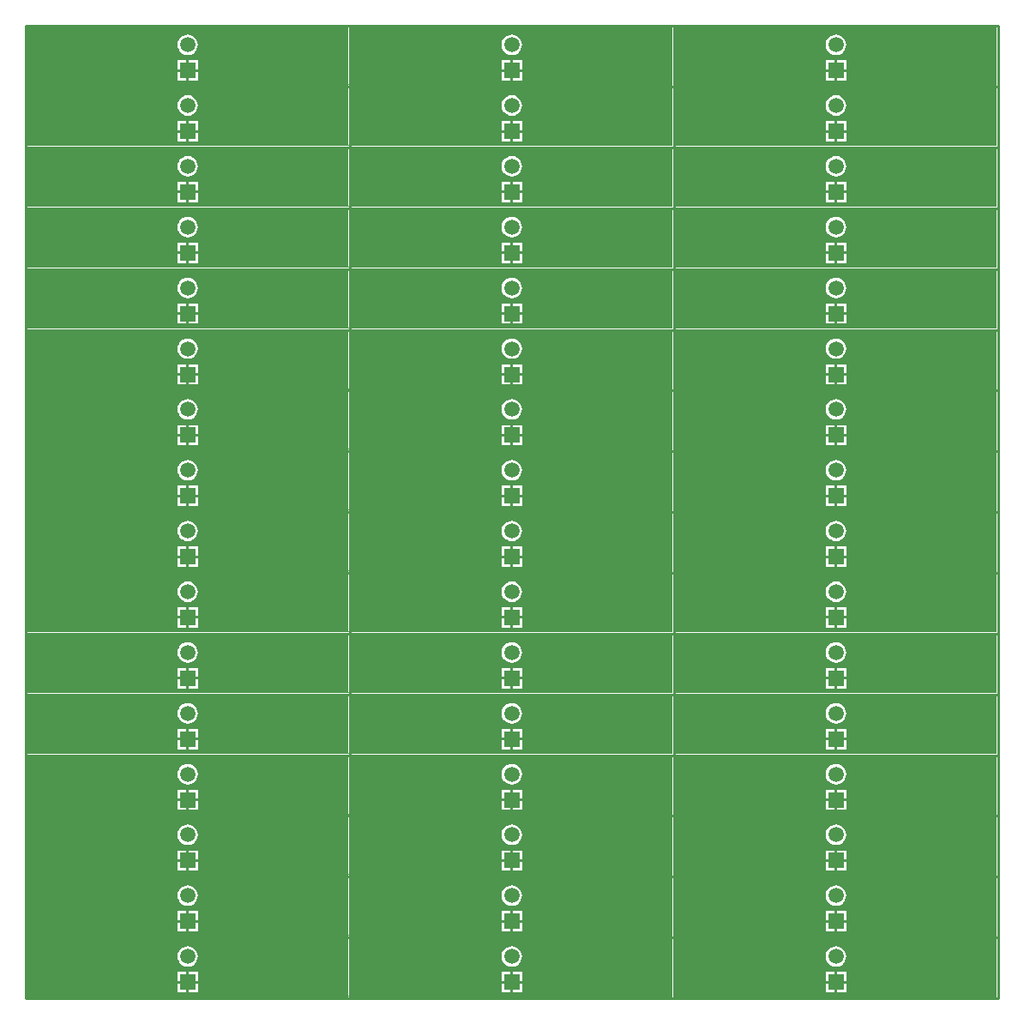
<source format=gbl>
G04 Layer_Physical_Order=2*
G04 Layer_Color=16711680*
%FSLAX24Y24*%
%MOIN*%
G70*
G01*
G75*
%ADD13C,0.0100*%
%ADD14C,0.0591*%
%ADD15R,0.0591X0.0591*%
G36*
X32100Y4000D02*
X32104Y3996D01*
X32085Y3950D01*
X19550D01*
Y6229D01*
X19600Y6250D01*
X32100D01*
Y4000D01*
D02*
G37*
%LPC*%
G36*
X26244Y4480D02*
X25899D01*
Y4135D01*
X26244D01*
Y4480D01*
D02*
G37*
G36*
X25799D02*
X25454D01*
Y4135D01*
X25799D01*
Y4480D01*
D02*
G37*
G36*
X25849Y5929D02*
X25746Y5915D01*
X25650Y5875D01*
X25567Y5812D01*
X25504Y5729D01*
X25464Y5633D01*
X25451Y5530D01*
X25464Y5427D01*
X25504Y5331D01*
X25567Y5248D01*
X25650Y5185D01*
X25746Y5145D01*
X25849Y5131D01*
X25952Y5145D01*
X26049Y5185D01*
X26131Y5248D01*
X26194Y5331D01*
X26234Y5427D01*
X26248Y5530D01*
X26234Y5633D01*
X26194Y5729D01*
X26131Y5812D01*
X26049Y5875D01*
X25952Y5915D01*
X25849Y5929D01*
D02*
G37*
G36*
X26244Y4925D02*
X25899D01*
Y4580D01*
X26244D01*
Y4925D01*
D02*
G37*
G36*
X25799D02*
X25454D01*
Y4580D01*
X25799D01*
Y4925D01*
D02*
G37*
%LPD*%
G36*
X44698Y4000D02*
X44702Y3996D01*
X44683Y3950D01*
X32148D01*
Y6229D01*
X32198Y6250D01*
X44698D01*
Y4000D01*
D02*
G37*
%LPC*%
G36*
X38843Y4480D02*
X38498D01*
Y4135D01*
X38843D01*
Y4480D01*
D02*
G37*
G36*
X38398D02*
X38052D01*
Y4135D01*
X38398D01*
Y4480D01*
D02*
G37*
G36*
X38448Y5929D02*
X38344Y5915D01*
X38248Y5875D01*
X38166Y5812D01*
X38102Y5729D01*
X38063Y5633D01*
X38049Y5530D01*
X38063Y5427D01*
X38102Y5331D01*
X38166Y5248D01*
X38248Y5185D01*
X38344Y5145D01*
X38448Y5131D01*
X38551Y5145D01*
X38647Y5185D01*
X38730Y5248D01*
X38793Y5331D01*
X38833Y5427D01*
X38846Y5530D01*
X38833Y5633D01*
X38793Y5729D01*
X38730Y5812D01*
X38647Y5875D01*
X38551Y5915D01*
X38448Y5929D01*
D02*
G37*
G36*
X38843Y4925D02*
X38498D01*
Y4580D01*
X38843D01*
Y4925D01*
D02*
G37*
G36*
X38398D02*
X38052D01*
Y4580D01*
X38398D01*
Y4925D01*
D02*
G37*
%LPD*%
G36*
X57297Y4000D02*
X57301Y3996D01*
X57282Y3950D01*
X44747D01*
Y6229D01*
X44797Y6250D01*
X57297D01*
Y4000D01*
D02*
G37*
%LPC*%
G36*
X51441Y4480D02*
X51096D01*
Y4135D01*
X51441D01*
Y4480D01*
D02*
G37*
G36*
X50996D02*
X50651D01*
Y4135D01*
X50996D01*
Y4480D01*
D02*
G37*
G36*
X51046Y5929D02*
X50943Y5915D01*
X50847Y5875D01*
X50764Y5812D01*
X50701Y5729D01*
X50661Y5633D01*
X50647Y5530D01*
X50661Y5427D01*
X50701Y5331D01*
X50764Y5248D01*
X50847Y5185D01*
X50943Y5145D01*
X51046Y5131D01*
X51149Y5145D01*
X51245Y5185D01*
X51328Y5248D01*
X51391Y5331D01*
X51431Y5427D01*
X51445Y5530D01*
X51431Y5633D01*
X51391Y5729D01*
X51328Y5812D01*
X51245Y5875D01*
X51149Y5915D01*
X51046Y5929D01*
D02*
G37*
G36*
X51441Y4925D02*
X51096D01*
Y4580D01*
X51441D01*
Y4925D01*
D02*
G37*
G36*
X50996D02*
X50651D01*
Y4580D01*
X50996D01*
Y4925D01*
D02*
G37*
%LPD*%
G36*
X32100Y6362D02*
X32104Y6358D01*
X32085Y6312D01*
X19550D01*
Y8591D01*
X19600Y8612D01*
X32100D01*
Y6362D01*
D02*
G37*
%LPC*%
G36*
X26244Y6842D02*
X25899D01*
Y6497D01*
X26244D01*
Y6842D01*
D02*
G37*
G36*
X25799D02*
X25454D01*
Y6497D01*
X25799D01*
Y6842D01*
D02*
G37*
G36*
X25849Y8291D02*
X25746Y8277D01*
X25650Y8237D01*
X25567Y8174D01*
X25504Y8091D01*
X25464Y7995D01*
X25451Y7892D01*
X25464Y7789D01*
X25504Y7693D01*
X25567Y7610D01*
X25650Y7547D01*
X25746Y7507D01*
X25849Y7493D01*
X25952Y7507D01*
X26049Y7547D01*
X26131Y7610D01*
X26194Y7693D01*
X26234Y7789D01*
X26248Y7892D01*
X26234Y7995D01*
X26194Y8091D01*
X26131Y8174D01*
X26049Y8237D01*
X25952Y8277D01*
X25849Y8291D01*
D02*
G37*
G36*
X26244Y7287D02*
X25899D01*
Y6942D01*
X26244D01*
Y7287D01*
D02*
G37*
G36*
X25799D02*
X25454D01*
Y6942D01*
X25799D01*
Y7287D01*
D02*
G37*
%LPD*%
G36*
X44698Y6362D02*
X44702Y6358D01*
X44683Y6312D01*
X32148D01*
Y8591D01*
X32198Y8612D01*
X44698D01*
Y6362D01*
D02*
G37*
%LPC*%
G36*
X38843Y6842D02*
X38498D01*
Y6497D01*
X38843D01*
Y6842D01*
D02*
G37*
G36*
X38398D02*
X38052D01*
Y6497D01*
X38398D01*
Y6842D01*
D02*
G37*
G36*
X38448Y8291D02*
X38344Y8277D01*
X38248Y8237D01*
X38166Y8174D01*
X38102Y8091D01*
X38063Y7995D01*
X38049Y7892D01*
X38063Y7789D01*
X38102Y7693D01*
X38166Y7610D01*
X38248Y7547D01*
X38344Y7507D01*
X38448Y7493D01*
X38551Y7507D01*
X38647Y7547D01*
X38730Y7610D01*
X38793Y7693D01*
X38833Y7789D01*
X38846Y7892D01*
X38833Y7995D01*
X38793Y8091D01*
X38730Y8174D01*
X38647Y8237D01*
X38551Y8277D01*
X38448Y8291D01*
D02*
G37*
G36*
X38843Y7287D02*
X38498D01*
Y6942D01*
X38843D01*
Y7287D01*
D02*
G37*
G36*
X38398D02*
X38052D01*
Y6942D01*
X38398D01*
Y7287D01*
D02*
G37*
%LPD*%
G36*
X57297Y6362D02*
X57301Y6358D01*
X57282Y6312D01*
X44747D01*
Y8591D01*
X44797Y8612D01*
X57297D01*
Y6362D01*
D02*
G37*
%LPC*%
G36*
X51441Y6842D02*
X51096D01*
Y6497D01*
X51441D01*
Y6842D01*
D02*
G37*
G36*
X50996D02*
X50651D01*
Y6497D01*
X50996D01*
Y6842D01*
D02*
G37*
G36*
X51046Y8291D02*
X50943Y8277D01*
X50847Y8237D01*
X50764Y8174D01*
X50701Y8091D01*
X50661Y7995D01*
X50647Y7892D01*
X50661Y7789D01*
X50701Y7693D01*
X50764Y7610D01*
X50847Y7547D01*
X50943Y7507D01*
X51046Y7493D01*
X51149Y7507D01*
X51245Y7547D01*
X51328Y7610D01*
X51391Y7693D01*
X51431Y7789D01*
X51445Y7892D01*
X51431Y7995D01*
X51391Y8091D01*
X51328Y8174D01*
X51245Y8237D01*
X51149Y8277D01*
X51046Y8291D01*
D02*
G37*
G36*
X51441Y7287D02*
X51096D01*
Y6942D01*
X51441D01*
Y7287D01*
D02*
G37*
G36*
X50996D02*
X50651D01*
Y6942D01*
X50996D01*
Y7287D01*
D02*
G37*
%LPD*%
G36*
X32100Y8724D02*
X32104Y8721D01*
X32085Y8674D01*
X19550D01*
Y10954D01*
X19600Y10974D01*
X32100D01*
Y8724D01*
D02*
G37*
%LPC*%
G36*
X26244Y9204D02*
X25899D01*
Y8859D01*
X26244D01*
Y9204D01*
D02*
G37*
G36*
X25799D02*
X25454D01*
Y8859D01*
X25799D01*
Y9204D01*
D02*
G37*
G36*
X25849Y10653D02*
X25746Y10639D01*
X25650Y10600D01*
X25567Y10536D01*
X25504Y10454D01*
X25464Y10358D01*
X25451Y10254D01*
X25464Y10151D01*
X25504Y10055D01*
X25567Y9972D01*
X25650Y9909D01*
X25746Y9869D01*
X25849Y9856D01*
X25952Y9869D01*
X26049Y9909D01*
X26131Y9972D01*
X26194Y10055D01*
X26234Y10151D01*
X26248Y10254D01*
X26234Y10358D01*
X26194Y10454D01*
X26131Y10536D01*
X26049Y10600D01*
X25952Y10639D01*
X25849Y10653D01*
D02*
G37*
G36*
X26244Y9650D02*
X25899D01*
Y9304D01*
X26244D01*
Y9650D01*
D02*
G37*
G36*
X25799D02*
X25454D01*
Y9304D01*
X25799D01*
Y9650D01*
D02*
G37*
%LPD*%
G36*
X44698Y8724D02*
X44702Y8721D01*
X44683Y8674D01*
X32148D01*
Y10954D01*
X32198Y10974D01*
X44698D01*
Y8724D01*
D02*
G37*
%LPC*%
G36*
X38843Y9204D02*
X38498D01*
Y8859D01*
X38843D01*
Y9204D01*
D02*
G37*
G36*
X38398D02*
X38052D01*
Y8859D01*
X38398D01*
Y9204D01*
D02*
G37*
G36*
X38448Y10653D02*
X38344Y10639D01*
X38248Y10600D01*
X38166Y10536D01*
X38102Y10454D01*
X38063Y10358D01*
X38049Y10254D01*
X38063Y10151D01*
X38102Y10055D01*
X38166Y9972D01*
X38248Y9909D01*
X38344Y9869D01*
X38448Y9856D01*
X38551Y9869D01*
X38647Y9909D01*
X38730Y9972D01*
X38793Y10055D01*
X38833Y10151D01*
X38846Y10254D01*
X38833Y10358D01*
X38793Y10454D01*
X38730Y10536D01*
X38647Y10600D01*
X38551Y10639D01*
X38448Y10653D01*
D02*
G37*
G36*
X38843Y9650D02*
X38498D01*
Y9304D01*
X38843D01*
Y9650D01*
D02*
G37*
G36*
X38398D02*
X38052D01*
Y9304D01*
X38398D01*
Y9650D01*
D02*
G37*
%LPD*%
G36*
X57297Y8724D02*
X57301Y8721D01*
X57282Y8674D01*
X44747D01*
Y10954D01*
X44797Y10974D01*
X57297D01*
Y8724D01*
D02*
G37*
%LPC*%
G36*
X51441Y9204D02*
X51096D01*
Y8859D01*
X51441D01*
Y9204D01*
D02*
G37*
G36*
X50996D02*
X50651D01*
Y8859D01*
X50996D01*
Y9204D01*
D02*
G37*
G36*
X51046Y10653D02*
X50943Y10639D01*
X50847Y10600D01*
X50764Y10536D01*
X50701Y10454D01*
X50661Y10358D01*
X50647Y10254D01*
X50661Y10151D01*
X50701Y10055D01*
X50764Y9972D01*
X50847Y9909D01*
X50943Y9869D01*
X51046Y9856D01*
X51149Y9869D01*
X51245Y9909D01*
X51328Y9972D01*
X51391Y10055D01*
X51431Y10151D01*
X51445Y10254D01*
X51431Y10358D01*
X51391Y10454D01*
X51328Y10536D01*
X51245Y10600D01*
X51149Y10639D01*
X51046Y10653D01*
D02*
G37*
G36*
X51441Y9650D02*
X51096D01*
Y9304D01*
X51441D01*
Y9650D01*
D02*
G37*
G36*
X50996D02*
X50651D01*
Y9304D01*
X50996D01*
Y9650D01*
D02*
G37*
%LPD*%
G36*
X32100Y11087D02*
X32104Y11083D01*
X32085Y11037D01*
X19550D01*
Y13316D01*
X19600Y13337D01*
X32100D01*
Y11087D01*
D02*
G37*
%LPC*%
G36*
X26244Y11567D02*
X25899D01*
Y11221D01*
X26244D01*
Y11567D01*
D02*
G37*
G36*
X25799D02*
X25454D01*
Y11221D01*
X25799D01*
Y11567D01*
D02*
G37*
G36*
X25849Y13015D02*
X25746Y13002D01*
X25650Y12962D01*
X25567Y12898D01*
X25504Y12816D01*
X25464Y12720D01*
X25451Y12617D01*
X25464Y12513D01*
X25504Y12417D01*
X25567Y12335D01*
X25650Y12271D01*
X25746Y12231D01*
X25849Y12218D01*
X25952Y12231D01*
X26049Y12271D01*
X26131Y12335D01*
X26194Y12417D01*
X26234Y12513D01*
X26248Y12617D01*
X26234Y12720D01*
X26194Y12816D01*
X26131Y12898D01*
X26049Y12962D01*
X25952Y13002D01*
X25849Y13015D01*
D02*
G37*
G36*
X26244Y12012D02*
X25899D01*
Y11667D01*
X26244D01*
Y12012D01*
D02*
G37*
G36*
X25799D02*
X25454D01*
Y11667D01*
X25799D01*
Y12012D01*
D02*
G37*
%LPD*%
G36*
X44698Y11087D02*
X44702Y11083D01*
X44683Y11037D01*
X32148D01*
Y13316D01*
X32198Y13337D01*
X44698D01*
Y11087D01*
D02*
G37*
%LPC*%
G36*
X38843Y11567D02*
X38498D01*
Y11221D01*
X38843D01*
Y11567D01*
D02*
G37*
G36*
X38398D02*
X38052D01*
Y11221D01*
X38398D01*
Y11567D01*
D02*
G37*
G36*
X38448Y13015D02*
X38344Y13002D01*
X38248Y12962D01*
X38166Y12898D01*
X38102Y12816D01*
X38063Y12720D01*
X38049Y12617D01*
X38063Y12513D01*
X38102Y12417D01*
X38166Y12335D01*
X38248Y12271D01*
X38344Y12231D01*
X38448Y12218D01*
X38551Y12231D01*
X38647Y12271D01*
X38730Y12335D01*
X38793Y12417D01*
X38833Y12513D01*
X38846Y12617D01*
X38833Y12720D01*
X38793Y12816D01*
X38730Y12898D01*
X38647Y12962D01*
X38551Y13002D01*
X38448Y13015D01*
D02*
G37*
G36*
X38843Y12012D02*
X38498D01*
Y11667D01*
X38843D01*
Y12012D01*
D02*
G37*
G36*
X38398D02*
X38052D01*
Y11667D01*
X38398D01*
Y12012D01*
D02*
G37*
%LPD*%
G36*
X57297Y11087D02*
X57301Y11083D01*
X57282Y11037D01*
X44747D01*
Y13316D01*
X44797Y13337D01*
X57297D01*
Y11087D01*
D02*
G37*
%LPC*%
G36*
X51441Y11567D02*
X51096D01*
Y11221D01*
X51441D01*
Y11567D01*
D02*
G37*
G36*
X50996D02*
X50651D01*
Y11221D01*
X50996D01*
Y11567D01*
D02*
G37*
G36*
X51046Y13015D02*
X50943Y13002D01*
X50847Y12962D01*
X50764Y12898D01*
X50701Y12816D01*
X50661Y12720D01*
X50647Y12617D01*
X50661Y12513D01*
X50701Y12417D01*
X50764Y12335D01*
X50847Y12271D01*
X50943Y12231D01*
X51046Y12218D01*
X51149Y12231D01*
X51245Y12271D01*
X51328Y12335D01*
X51391Y12417D01*
X51431Y12513D01*
X51445Y12617D01*
X51431Y12720D01*
X51391Y12816D01*
X51328Y12898D01*
X51245Y12962D01*
X51149Y13002D01*
X51046Y13015D01*
D02*
G37*
G36*
X51441Y12012D02*
X51096D01*
Y11667D01*
X51441D01*
Y12012D01*
D02*
G37*
G36*
X50996D02*
X50651D01*
Y11667D01*
X50996D01*
Y12012D01*
D02*
G37*
%LPD*%
G36*
X32100Y13449D02*
X32104Y13445D01*
X32085Y13399D01*
X19550D01*
Y15678D01*
X19600Y15699D01*
X32100D01*
Y13449D01*
D02*
G37*
%LPC*%
G36*
X26244Y13929D02*
X25899D01*
Y13583D01*
X26244D01*
Y13929D01*
D02*
G37*
G36*
X25799D02*
X25454D01*
Y13583D01*
X25799D01*
Y13929D01*
D02*
G37*
G36*
X25849Y15377D02*
X25746Y15364D01*
X25650Y15324D01*
X25567Y15261D01*
X25504Y15178D01*
X25464Y15082D01*
X25451Y14979D01*
X25464Y14876D01*
X25504Y14779D01*
X25567Y14697D01*
X25650Y14633D01*
X25746Y14594D01*
X25849Y14580D01*
X25952Y14594D01*
X26049Y14633D01*
X26131Y14697D01*
X26194Y14779D01*
X26234Y14876D01*
X26248Y14979D01*
X26234Y15082D01*
X26194Y15178D01*
X26131Y15261D01*
X26049Y15324D01*
X25952Y15364D01*
X25849Y15377D01*
D02*
G37*
G36*
X26244Y14374D02*
X25899D01*
Y14029D01*
X26244D01*
Y14374D01*
D02*
G37*
G36*
X25799D02*
X25454D01*
Y14029D01*
X25799D01*
Y14374D01*
D02*
G37*
%LPD*%
G36*
X44698Y13449D02*
X44702Y13445D01*
X44683Y13399D01*
X32148D01*
Y15678D01*
X32198Y15699D01*
X44698D01*
Y13449D01*
D02*
G37*
%LPC*%
G36*
X38843Y13929D02*
X38498D01*
Y13583D01*
X38843D01*
Y13929D01*
D02*
G37*
G36*
X38398D02*
X38052D01*
Y13583D01*
X38398D01*
Y13929D01*
D02*
G37*
G36*
X38448Y15377D02*
X38344Y15364D01*
X38248Y15324D01*
X38166Y15261D01*
X38102Y15178D01*
X38063Y15082D01*
X38049Y14979D01*
X38063Y14876D01*
X38102Y14779D01*
X38166Y14697D01*
X38248Y14633D01*
X38344Y14594D01*
X38448Y14580D01*
X38551Y14594D01*
X38647Y14633D01*
X38730Y14697D01*
X38793Y14779D01*
X38833Y14876D01*
X38846Y14979D01*
X38833Y15082D01*
X38793Y15178D01*
X38730Y15261D01*
X38647Y15324D01*
X38551Y15364D01*
X38448Y15377D01*
D02*
G37*
G36*
X38843Y14374D02*
X38498D01*
Y14029D01*
X38843D01*
Y14374D01*
D02*
G37*
G36*
X38398D02*
X38052D01*
Y14029D01*
X38398D01*
Y14374D01*
D02*
G37*
%LPD*%
G36*
X57297Y13449D02*
X57301Y13445D01*
X57282Y13399D01*
X44747D01*
Y15678D01*
X44797Y15699D01*
X57297D01*
Y13449D01*
D02*
G37*
%LPC*%
G36*
X51441Y13929D02*
X51096D01*
Y13583D01*
X51441D01*
Y13929D01*
D02*
G37*
G36*
X50996D02*
X50651D01*
Y13583D01*
X50996D01*
Y13929D01*
D02*
G37*
G36*
X51046Y15377D02*
X50943Y15364D01*
X50847Y15324D01*
X50764Y15261D01*
X50701Y15178D01*
X50661Y15082D01*
X50647Y14979D01*
X50661Y14876D01*
X50701Y14779D01*
X50764Y14697D01*
X50847Y14633D01*
X50943Y14594D01*
X51046Y14580D01*
X51149Y14594D01*
X51245Y14633D01*
X51328Y14697D01*
X51391Y14779D01*
X51431Y14876D01*
X51445Y14979D01*
X51431Y15082D01*
X51391Y15178D01*
X51328Y15261D01*
X51245Y15324D01*
X51149Y15364D01*
X51046Y15377D01*
D02*
G37*
G36*
X51441Y14374D02*
X51096D01*
Y14029D01*
X51441D01*
Y14374D01*
D02*
G37*
G36*
X50996D02*
X50651D01*
Y14029D01*
X50996D01*
Y14374D01*
D02*
G37*
%LPD*%
G36*
X32100Y15811D02*
X32104Y15807D01*
X32085Y15761D01*
X19550D01*
Y18040D01*
X19600Y18061D01*
X32100D01*
Y15811D01*
D02*
G37*
%LPC*%
G36*
X26244Y16291D02*
X25899D01*
Y15946D01*
X26244D01*
Y16291D01*
D02*
G37*
G36*
X25799D02*
X25454D01*
Y15946D01*
X25799D01*
Y16291D01*
D02*
G37*
G36*
X25849Y17740D02*
X25746Y17726D01*
X25650Y17686D01*
X25567Y17623D01*
X25504Y17540D01*
X25464Y17444D01*
X25451Y17341D01*
X25464Y17238D01*
X25504Y17142D01*
X25567Y17059D01*
X25650Y16996D01*
X25746Y16956D01*
X25849Y16942D01*
X25952Y16956D01*
X26049Y16996D01*
X26131Y17059D01*
X26194Y17142D01*
X26234Y17238D01*
X26248Y17341D01*
X26234Y17444D01*
X26194Y17540D01*
X26131Y17623D01*
X26049Y17686D01*
X25952Y17726D01*
X25849Y17740D01*
D02*
G37*
G36*
X26244Y16736D02*
X25899D01*
Y16391D01*
X26244D01*
Y16736D01*
D02*
G37*
G36*
X25799D02*
X25454D01*
Y16391D01*
X25799D01*
Y16736D01*
D02*
G37*
%LPD*%
G36*
X44698Y15811D02*
X44702Y15807D01*
X44683Y15761D01*
X32148D01*
Y18040D01*
X32198Y18061D01*
X44698D01*
Y15811D01*
D02*
G37*
%LPC*%
G36*
X38843Y16291D02*
X38498D01*
Y15946D01*
X38843D01*
Y16291D01*
D02*
G37*
G36*
X38398D02*
X38052D01*
Y15946D01*
X38398D01*
Y16291D01*
D02*
G37*
G36*
X38448Y17740D02*
X38344Y17726D01*
X38248Y17686D01*
X38166Y17623D01*
X38102Y17540D01*
X38063Y17444D01*
X38049Y17341D01*
X38063Y17238D01*
X38102Y17142D01*
X38166Y17059D01*
X38248Y16996D01*
X38344Y16956D01*
X38448Y16942D01*
X38551Y16956D01*
X38647Y16996D01*
X38730Y17059D01*
X38793Y17142D01*
X38833Y17238D01*
X38846Y17341D01*
X38833Y17444D01*
X38793Y17540D01*
X38730Y17623D01*
X38647Y17686D01*
X38551Y17726D01*
X38448Y17740D01*
D02*
G37*
G36*
X38843Y16736D02*
X38498D01*
Y16391D01*
X38843D01*
Y16736D01*
D02*
G37*
G36*
X38398D02*
X38052D01*
Y16391D01*
X38398D01*
Y16736D01*
D02*
G37*
%LPD*%
G36*
X57297Y15811D02*
X57301Y15807D01*
X57282Y15761D01*
X44747D01*
Y18040D01*
X44797Y18061D01*
X57297D01*
Y15811D01*
D02*
G37*
%LPC*%
G36*
X51441Y16291D02*
X51096D01*
Y15946D01*
X51441D01*
Y16291D01*
D02*
G37*
G36*
X50996D02*
X50651D01*
Y15946D01*
X50996D01*
Y16291D01*
D02*
G37*
G36*
X51046Y17740D02*
X50943Y17726D01*
X50847Y17686D01*
X50764Y17623D01*
X50701Y17540D01*
X50661Y17444D01*
X50647Y17341D01*
X50661Y17238D01*
X50701Y17142D01*
X50764Y17059D01*
X50847Y16996D01*
X50943Y16956D01*
X51046Y16942D01*
X51149Y16956D01*
X51245Y16996D01*
X51328Y17059D01*
X51391Y17142D01*
X51431Y17238D01*
X51445Y17341D01*
X51431Y17444D01*
X51391Y17540D01*
X51328Y17623D01*
X51245Y17686D01*
X51149Y17726D01*
X51046Y17740D01*
D02*
G37*
G36*
X51441Y16736D02*
X51096D01*
Y16391D01*
X51441D01*
Y16736D01*
D02*
G37*
G36*
X50996D02*
X50651D01*
Y16391D01*
X50996D01*
Y16736D01*
D02*
G37*
%LPD*%
G36*
X32100Y18173D02*
X32104Y18169D01*
X32085Y18123D01*
X19550D01*
Y20403D01*
X19600Y20423D01*
X32100D01*
Y18173D01*
D02*
G37*
%LPC*%
G36*
X26244Y18653D02*
X25899D01*
Y18308D01*
X26244D01*
Y18653D01*
D02*
G37*
G36*
X25799D02*
X25454D01*
Y18308D01*
X25799D01*
Y18653D01*
D02*
G37*
G36*
X25849Y20102D02*
X25746Y20088D01*
X25650Y20048D01*
X25567Y19985D01*
X25504Y19902D01*
X25464Y19806D01*
X25451Y19703D01*
X25464Y19600D01*
X25504Y19504D01*
X25567Y19421D01*
X25650Y19358D01*
X25746Y19318D01*
X25849Y19304D01*
X25952Y19318D01*
X26049Y19358D01*
X26131Y19421D01*
X26194Y19504D01*
X26234Y19600D01*
X26248Y19703D01*
X26234Y19806D01*
X26194Y19902D01*
X26131Y19985D01*
X26049Y20048D01*
X25952Y20088D01*
X25849Y20102D01*
D02*
G37*
G36*
X26244Y19098D02*
X25899D01*
Y18753D01*
X26244D01*
Y19098D01*
D02*
G37*
G36*
X25799D02*
X25454D01*
Y18753D01*
X25799D01*
Y19098D01*
D02*
G37*
%LPD*%
G36*
X44698Y18173D02*
X44702Y18169D01*
X44683Y18123D01*
X32148D01*
Y20403D01*
X32198Y20423D01*
X44698D01*
Y18173D01*
D02*
G37*
%LPC*%
G36*
X38843Y18653D02*
X38498D01*
Y18308D01*
X38843D01*
Y18653D01*
D02*
G37*
G36*
X38398D02*
X38052D01*
Y18308D01*
X38398D01*
Y18653D01*
D02*
G37*
G36*
X38448Y20102D02*
X38344Y20088D01*
X38248Y20048D01*
X38166Y19985D01*
X38102Y19902D01*
X38063Y19806D01*
X38049Y19703D01*
X38063Y19600D01*
X38102Y19504D01*
X38166Y19421D01*
X38248Y19358D01*
X38344Y19318D01*
X38448Y19304D01*
X38551Y19318D01*
X38647Y19358D01*
X38730Y19421D01*
X38793Y19504D01*
X38833Y19600D01*
X38846Y19703D01*
X38833Y19806D01*
X38793Y19902D01*
X38730Y19985D01*
X38647Y20048D01*
X38551Y20088D01*
X38448Y20102D01*
D02*
G37*
G36*
X38843Y19098D02*
X38498D01*
Y18753D01*
X38843D01*
Y19098D01*
D02*
G37*
G36*
X38398D02*
X38052D01*
Y18753D01*
X38398D01*
Y19098D01*
D02*
G37*
%LPD*%
G36*
X57297Y18173D02*
X57301Y18169D01*
X57282Y18123D01*
X44747D01*
Y20403D01*
X44797Y20423D01*
X57297D01*
Y18173D01*
D02*
G37*
%LPC*%
G36*
X51441Y18653D02*
X51096D01*
Y18308D01*
X51441D01*
Y18653D01*
D02*
G37*
G36*
X50996D02*
X50651D01*
Y18308D01*
X50996D01*
Y18653D01*
D02*
G37*
G36*
X51046Y20102D02*
X50943Y20088D01*
X50847Y20048D01*
X50764Y19985D01*
X50701Y19902D01*
X50661Y19806D01*
X50647Y19703D01*
X50661Y19600D01*
X50701Y19504D01*
X50764Y19421D01*
X50847Y19358D01*
X50943Y19318D01*
X51046Y19304D01*
X51149Y19318D01*
X51245Y19358D01*
X51328Y19421D01*
X51391Y19504D01*
X51431Y19600D01*
X51445Y19703D01*
X51431Y19806D01*
X51391Y19902D01*
X51328Y19985D01*
X51245Y20048D01*
X51149Y20088D01*
X51046Y20102D01*
D02*
G37*
G36*
X51441Y19098D02*
X51096D01*
Y18753D01*
X51441D01*
Y19098D01*
D02*
G37*
G36*
X50996D02*
X50651D01*
Y18753D01*
X50996D01*
Y19098D01*
D02*
G37*
%LPD*%
G36*
X32100Y20535D02*
X32104Y20532D01*
X32085Y20485D01*
X19550D01*
Y22765D01*
X19600Y22785D01*
X32100D01*
Y20535D01*
D02*
G37*
%LPC*%
G36*
X26244Y21015D02*
X25899D01*
Y20670D01*
X26244D01*
Y21015D01*
D02*
G37*
G36*
X25799D02*
X25454D01*
Y20670D01*
X25799D01*
Y21015D01*
D02*
G37*
G36*
X25849Y22464D02*
X25746Y22450D01*
X25650Y22411D01*
X25567Y22347D01*
X25504Y22265D01*
X25464Y22169D01*
X25451Y22065D01*
X25464Y21962D01*
X25504Y21866D01*
X25567Y21783D01*
X25650Y21720D01*
X25746Y21680D01*
X25849Y21667D01*
X25952Y21680D01*
X26049Y21720D01*
X26131Y21783D01*
X26194Y21866D01*
X26234Y21962D01*
X26248Y22065D01*
X26234Y22169D01*
X26194Y22265D01*
X26131Y22347D01*
X26049Y22411D01*
X25952Y22450D01*
X25849Y22464D01*
D02*
G37*
G36*
X26244Y21461D02*
X25899D01*
Y21115D01*
X26244D01*
Y21461D01*
D02*
G37*
G36*
X25799D02*
X25454D01*
Y21115D01*
X25799D01*
Y21461D01*
D02*
G37*
%LPD*%
G36*
X44698Y20535D02*
X44702Y20532D01*
X44683Y20485D01*
X32148D01*
Y22765D01*
X32198Y22785D01*
X44698D01*
Y20535D01*
D02*
G37*
%LPC*%
G36*
X38843Y21015D02*
X38498D01*
Y20670D01*
X38843D01*
Y21015D01*
D02*
G37*
G36*
X38398D02*
X38052D01*
Y20670D01*
X38398D01*
Y21015D01*
D02*
G37*
G36*
X38448Y22464D02*
X38344Y22450D01*
X38248Y22411D01*
X38166Y22347D01*
X38102Y22265D01*
X38063Y22169D01*
X38049Y22065D01*
X38063Y21962D01*
X38102Y21866D01*
X38166Y21783D01*
X38248Y21720D01*
X38344Y21680D01*
X38448Y21667D01*
X38551Y21680D01*
X38647Y21720D01*
X38730Y21783D01*
X38793Y21866D01*
X38833Y21962D01*
X38846Y22065D01*
X38833Y22169D01*
X38793Y22265D01*
X38730Y22347D01*
X38647Y22411D01*
X38551Y22450D01*
X38448Y22464D01*
D02*
G37*
G36*
X38843Y21461D02*
X38498D01*
Y21115D01*
X38843D01*
Y21461D01*
D02*
G37*
G36*
X38398D02*
X38052D01*
Y21115D01*
X38398D01*
Y21461D01*
D02*
G37*
%LPD*%
G36*
X57297Y20535D02*
X57301Y20532D01*
X57282Y20485D01*
X44747D01*
Y22765D01*
X44797Y22785D01*
X57297D01*
Y20535D01*
D02*
G37*
%LPC*%
G36*
X51441Y21015D02*
X51096D01*
Y20670D01*
X51441D01*
Y21015D01*
D02*
G37*
G36*
X50996D02*
X50651D01*
Y20670D01*
X50996D01*
Y21015D01*
D02*
G37*
G36*
X51046Y22464D02*
X50943Y22450D01*
X50847Y22411D01*
X50764Y22347D01*
X50701Y22265D01*
X50661Y22169D01*
X50647Y22065D01*
X50661Y21962D01*
X50701Y21866D01*
X50764Y21783D01*
X50847Y21720D01*
X50943Y21680D01*
X51046Y21667D01*
X51149Y21680D01*
X51245Y21720D01*
X51328Y21783D01*
X51391Y21866D01*
X51431Y21962D01*
X51445Y22065D01*
X51431Y22169D01*
X51391Y22265D01*
X51328Y22347D01*
X51245Y22411D01*
X51149Y22450D01*
X51046Y22464D01*
D02*
G37*
G36*
X51441Y21461D02*
X51096D01*
Y21115D01*
X51441D01*
Y21461D01*
D02*
G37*
G36*
X50996D02*
X50651D01*
Y21115D01*
X50996D01*
Y21461D01*
D02*
G37*
%LPD*%
G36*
X32100Y22898D02*
X32104Y22894D01*
X32085Y22848D01*
X19550D01*
Y25127D01*
X19600Y25148D01*
X32100D01*
Y22898D01*
D02*
G37*
%LPC*%
G36*
X26244Y23378D02*
X25899D01*
Y23032D01*
X26244D01*
Y23378D01*
D02*
G37*
G36*
X25799D02*
X25454D01*
Y23032D01*
X25799D01*
Y23378D01*
D02*
G37*
G36*
X25849Y24826D02*
X25746Y24813D01*
X25650Y24773D01*
X25567Y24709D01*
X25504Y24627D01*
X25464Y24531D01*
X25451Y24428D01*
X25464Y24324D01*
X25504Y24228D01*
X25567Y24146D01*
X25650Y24082D01*
X25746Y24042D01*
X25849Y24029D01*
X25952Y24042D01*
X26049Y24082D01*
X26131Y24146D01*
X26194Y24228D01*
X26234Y24324D01*
X26248Y24428D01*
X26234Y24531D01*
X26194Y24627D01*
X26131Y24709D01*
X26049Y24773D01*
X25952Y24813D01*
X25849Y24826D01*
D02*
G37*
G36*
X26244Y23823D02*
X25899D01*
Y23478D01*
X26244D01*
Y23823D01*
D02*
G37*
G36*
X25799D02*
X25454D01*
Y23478D01*
X25799D01*
Y23823D01*
D02*
G37*
%LPD*%
G36*
X44698Y22898D02*
X44702Y22894D01*
X44683Y22848D01*
X32148D01*
Y25127D01*
X32198Y25148D01*
X44698D01*
Y22898D01*
D02*
G37*
%LPC*%
G36*
X38843Y23378D02*
X38498D01*
Y23032D01*
X38843D01*
Y23378D01*
D02*
G37*
G36*
X38398D02*
X38052D01*
Y23032D01*
X38398D01*
Y23378D01*
D02*
G37*
G36*
X38448Y24826D02*
X38344Y24813D01*
X38248Y24773D01*
X38166Y24709D01*
X38102Y24627D01*
X38063Y24531D01*
X38049Y24428D01*
X38063Y24324D01*
X38102Y24228D01*
X38166Y24146D01*
X38248Y24082D01*
X38344Y24042D01*
X38448Y24029D01*
X38551Y24042D01*
X38647Y24082D01*
X38730Y24146D01*
X38793Y24228D01*
X38833Y24324D01*
X38846Y24428D01*
X38833Y24531D01*
X38793Y24627D01*
X38730Y24709D01*
X38647Y24773D01*
X38551Y24813D01*
X38448Y24826D01*
D02*
G37*
G36*
X38843Y23823D02*
X38498D01*
Y23478D01*
X38843D01*
Y23823D01*
D02*
G37*
G36*
X38398D02*
X38052D01*
Y23478D01*
X38398D01*
Y23823D01*
D02*
G37*
%LPD*%
G36*
X57297Y22898D02*
X57301Y22894D01*
X57282Y22848D01*
X44747D01*
Y25127D01*
X44797Y25148D01*
X57297D01*
Y22898D01*
D02*
G37*
%LPC*%
G36*
X51441Y23378D02*
X51096D01*
Y23032D01*
X51441D01*
Y23378D01*
D02*
G37*
G36*
X50996D02*
X50651D01*
Y23032D01*
X50996D01*
Y23378D01*
D02*
G37*
G36*
X51046Y24826D02*
X50943Y24813D01*
X50847Y24773D01*
X50764Y24709D01*
X50701Y24627D01*
X50661Y24531D01*
X50647Y24428D01*
X50661Y24324D01*
X50701Y24228D01*
X50764Y24146D01*
X50847Y24082D01*
X50943Y24042D01*
X51046Y24029D01*
X51149Y24042D01*
X51245Y24082D01*
X51328Y24146D01*
X51391Y24228D01*
X51431Y24324D01*
X51445Y24428D01*
X51431Y24531D01*
X51391Y24627D01*
X51328Y24709D01*
X51245Y24773D01*
X51149Y24813D01*
X51046Y24826D01*
D02*
G37*
G36*
X51441Y23823D02*
X51096D01*
Y23478D01*
X51441D01*
Y23823D01*
D02*
G37*
G36*
X50996D02*
X50651D01*
Y23478D01*
X50996D01*
Y23823D01*
D02*
G37*
%LPD*%
G36*
X32100Y25260D02*
X32104Y25256D01*
X32085Y25210D01*
X19550D01*
Y27489D01*
X19600Y27510D01*
X32100D01*
Y25260D01*
D02*
G37*
%LPC*%
G36*
X26244Y25740D02*
X25899D01*
Y25394D01*
X26244D01*
Y25740D01*
D02*
G37*
G36*
X25799D02*
X25454D01*
Y25394D01*
X25799D01*
Y25740D01*
D02*
G37*
G36*
X25849Y27188D02*
X25746Y27175D01*
X25650Y27135D01*
X25567Y27072D01*
X25504Y26989D01*
X25464Y26893D01*
X25451Y26790D01*
X25464Y26687D01*
X25504Y26590D01*
X25567Y26508D01*
X25650Y26444D01*
X25746Y26405D01*
X25849Y26391D01*
X25952Y26405D01*
X26049Y26444D01*
X26131Y26508D01*
X26194Y26590D01*
X26234Y26687D01*
X26248Y26790D01*
X26234Y26893D01*
X26194Y26989D01*
X26131Y27072D01*
X26049Y27135D01*
X25952Y27175D01*
X25849Y27188D01*
D02*
G37*
G36*
X26244Y26185D02*
X25899D01*
Y25840D01*
X26244D01*
Y26185D01*
D02*
G37*
G36*
X25799D02*
X25454D01*
Y25840D01*
X25799D01*
Y26185D01*
D02*
G37*
%LPD*%
G36*
X44698Y25260D02*
X44702Y25256D01*
X44683Y25210D01*
X32148D01*
Y27489D01*
X32198Y27510D01*
X44698D01*
Y25260D01*
D02*
G37*
%LPC*%
G36*
X38843Y25740D02*
X38498D01*
Y25394D01*
X38843D01*
Y25740D01*
D02*
G37*
G36*
X38398D02*
X38052D01*
Y25394D01*
X38398D01*
Y25740D01*
D02*
G37*
G36*
X38448Y27188D02*
X38344Y27175D01*
X38248Y27135D01*
X38166Y27072D01*
X38102Y26989D01*
X38063Y26893D01*
X38049Y26790D01*
X38063Y26687D01*
X38102Y26590D01*
X38166Y26508D01*
X38248Y26444D01*
X38344Y26405D01*
X38448Y26391D01*
X38551Y26405D01*
X38647Y26444D01*
X38730Y26508D01*
X38793Y26590D01*
X38833Y26687D01*
X38846Y26790D01*
X38833Y26893D01*
X38793Y26989D01*
X38730Y27072D01*
X38647Y27135D01*
X38551Y27175D01*
X38448Y27188D01*
D02*
G37*
G36*
X38843Y26185D02*
X38498D01*
Y25840D01*
X38843D01*
Y26185D01*
D02*
G37*
G36*
X38398D02*
X38052D01*
Y25840D01*
X38398D01*
Y26185D01*
D02*
G37*
%LPD*%
G36*
X57297Y25260D02*
X57301Y25256D01*
X57282Y25210D01*
X44747D01*
Y27489D01*
X44797Y27510D01*
X57297D01*
Y25260D01*
D02*
G37*
%LPC*%
G36*
X51441Y25740D02*
X51096D01*
Y25394D01*
X51441D01*
Y25740D01*
D02*
G37*
G36*
X50996D02*
X50651D01*
Y25394D01*
X50996D01*
Y25740D01*
D02*
G37*
G36*
X51046Y27188D02*
X50943Y27175D01*
X50847Y27135D01*
X50764Y27072D01*
X50701Y26989D01*
X50661Y26893D01*
X50647Y26790D01*
X50661Y26687D01*
X50701Y26590D01*
X50764Y26508D01*
X50847Y26444D01*
X50943Y26405D01*
X51046Y26391D01*
X51149Y26405D01*
X51245Y26444D01*
X51328Y26508D01*
X51391Y26590D01*
X51431Y26687D01*
X51445Y26790D01*
X51431Y26893D01*
X51391Y26989D01*
X51328Y27072D01*
X51245Y27135D01*
X51149Y27175D01*
X51046Y27188D01*
D02*
G37*
G36*
X51441Y26185D02*
X51096D01*
Y25840D01*
X51441D01*
Y26185D01*
D02*
G37*
G36*
X50996D02*
X50651D01*
Y25840D01*
X50996D01*
Y26185D01*
D02*
G37*
%LPD*%
G36*
X32100Y27622D02*
X32104Y27618D01*
X32085Y27572D01*
X19550D01*
Y29851D01*
X19600Y29872D01*
X32100D01*
Y27622D01*
D02*
G37*
%LPC*%
G36*
X26244Y28102D02*
X25899D01*
Y27757D01*
X26244D01*
Y28102D01*
D02*
G37*
G36*
X25799D02*
X25454D01*
Y27757D01*
X25799D01*
Y28102D01*
D02*
G37*
G36*
X25849Y29551D02*
X25746Y29537D01*
X25650Y29497D01*
X25567Y29434D01*
X25504Y29351D01*
X25464Y29255D01*
X25451Y29152D01*
X25464Y29049D01*
X25504Y28953D01*
X25567Y28870D01*
X25650Y28807D01*
X25746Y28767D01*
X25849Y28753D01*
X25952Y28767D01*
X26049Y28807D01*
X26131Y28870D01*
X26194Y28953D01*
X26234Y29049D01*
X26248Y29152D01*
X26234Y29255D01*
X26194Y29351D01*
X26131Y29434D01*
X26049Y29497D01*
X25952Y29537D01*
X25849Y29551D01*
D02*
G37*
G36*
X26244Y28547D02*
X25899D01*
Y28202D01*
X26244D01*
Y28547D01*
D02*
G37*
G36*
X25799D02*
X25454D01*
Y28202D01*
X25799D01*
Y28547D01*
D02*
G37*
%LPD*%
G36*
X44698Y27622D02*
X44702Y27618D01*
X44683Y27572D01*
X32148D01*
Y29851D01*
X32198Y29872D01*
X44698D01*
Y27622D01*
D02*
G37*
%LPC*%
G36*
X38843Y28102D02*
X38498D01*
Y27757D01*
X38843D01*
Y28102D01*
D02*
G37*
G36*
X38398D02*
X38052D01*
Y27757D01*
X38398D01*
Y28102D01*
D02*
G37*
G36*
X38448Y29551D02*
X38344Y29537D01*
X38248Y29497D01*
X38166Y29434D01*
X38102Y29351D01*
X38063Y29255D01*
X38049Y29152D01*
X38063Y29049D01*
X38102Y28953D01*
X38166Y28870D01*
X38248Y28807D01*
X38344Y28767D01*
X38448Y28753D01*
X38551Y28767D01*
X38647Y28807D01*
X38730Y28870D01*
X38793Y28953D01*
X38833Y29049D01*
X38846Y29152D01*
X38833Y29255D01*
X38793Y29351D01*
X38730Y29434D01*
X38647Y29497D01*
X38551Y29537D01*
X38448Y29551D01*
D02*
G37*
G36*
X38843Y28547D02*
X38498D01*
Y28202D01*
X38843D01*
Y28547D01*
D02*
G37*
G36*
X38398D02*
X38052D01*
Y28202D01*
X38398D01*
Y28547D01*
D02*
G37*
%LPD*%
G36*
X57297Y27622D02*
X57301Y27618D01*
X57282Y27572D01*
X44747D01*
Y29851D01*
X44797Y29872D01*
X57297D01*
Y27622D01*
D02*
G37*
%LPC*%
G36*
X51441Y28102D02*
X51096D01*
Y27757D01*
X51441D01*
Y28102D01*
D02*
G37*
G36*
X50996D02*
X50651D01*
Y27757D01*
X50996D01*
Y28102D01*
D02*
G37*
G36*
X51046Y29551D02*
X50943Y29537D01*
X50847Y29497D01*
X50764Y29434D01*
X50701Y29351D01*
X50661Y29255D01*
X50647Y29152D01*
X50661Y29049D01*
X50701Y28953D01*
X50764Y28870D01*
X50847Y28807D01*
X50943Y28767D01*
X51046Y28753D01*
X51149Y28767D01*
X51245Y28807D01*
X51328Y28870D01*
X51391Y28953D01*
X51431Y29049D01*
X51445Y29152D01*
X51431Y29255D01*
X51391Y29351D01*
X51328Y29434D01*
X51245Y29497D01*
X51149Y29537D01*
X51046Y29551D01*
D02*
G37*
G36*
X51441Y28547D02*
X51096D01*
Y28202D01*
X51441D01*
Y28547D01*
D02*
G37*
G36*
X50996D02*
X50651D01*
Y28202D01*
X50996D01*
Y28547D01*
D02*
G37*
%LPD*%
G36*
X32100Y29984D02*
X32104Y29980D01*
X32085Y29934D01*
X19550D01*
Y32214D01*
X19600Y32234D01*
X32100D01*
Y29984D01*
D02*
G37*
%LPC*%
G36*
X26244Y30464D02*
X25899D01*
Y30119D01*
X26244D01*
Y30464D01*
D02*
G37*
G36*
X25799D02*
X25454D01*
Y30119D01*
X25799D01*
Y30464D01*
D02*
G37*
G36*
X25849Y31913D02*
X25746Y31899D01*
X25650Y31859D01*
X25567Y31796D01*
X25504Y31714D01*
X25464Y31617D01*
X25451Y31514D01*
X25464Y31411D01*
X25504Y31315D01*
X25567Y31232D01*
X25650Y31169D01*
X25746Y31129D01*
X25849Y31115D01*
X25952Y31129D01*
X26049Y31169D01*
X26131Y31232D01*
X26194Y31315D01*
X26234Y31411D01*
X26248Y31514D01*
X26234Y31617D01*
X26194Y31714D01*
X26131Y31796D01*
X26049Y31859D01*
X25952Y31899D01*
X25849Y31913D01*
D02*
G37*
G36*
X26244Y30909D02*
X25899D01*
Y30564D01*
X26244D01*
Y30909D01*
D02*
G37*
G36*
X25799D02*
X25454D01*
Y30564D01*
X25799D01*
Y30909D01*
D02*
G37*
%LPD*%
G36*
X44698Y29984D02*
X44702Y29980D01*
X44683Y29934D01*
X32148D01*
Y32214D01*
X32198Y32234D01*
X44698D01*
Y29984D01*
D02*
G37*
%LPC*%
G36*
X38843Y30464D02*
X38498D01*
Y30119D01*
X38843D01*
Y30464D01*
D02*
G37*
G36*
X38398D02*
X38052D01*
Y30119D01*
X38398D01*
Y30464D01*
D02*
G37*
G36*
X38448Y31913D02*
X38344Y31899D01*
X38248Y31859D01*
X38166Y31796D01*
X38102Y31714D01*
X38063Y31617D01*
X38049Y31514D01*
X38063Y31411D01*
X38102Y31315D01*
X38166Y31232D01*
X38248Y31169D01*
X38344Y31129D01*
X38448Y31115D01*
X38551Y31129D01*
X38647Y31169D01*
X38730Y31232D01*
X38793Y31315D01*
X38833Y31411D01*
X38846Y31514D01*
X38833Y31617D01*
X38793Y31714D01*
X38730Y31796D01*
X38647Y31859D01*
X38551Y31899D01*
X38448Y31913D01*
D02*
G37*
G36*
X38843Y30909D02*
X38498D01*
Y30564D01*
X38843D01*
Y30909D01*
D02*
G37*
G36*
X38398D02*
X38052D01*
Y30564D01*
X38398D01*
Y30909D01*
D02*
G37*
%LPD*%
G36*
X57297Y29984D02*
X57301Y29980D01*
X57282Y29934D01*
X44747D01*
Y32214D01*
X44797Y32234D01*
X57297D01*
Y29984D01*
D02*
G37*
%LPC*%
G36*
X51441Y30464D02*
X51096D01*
Y30119D01*
X51441D01*
Y30464D01*
D02*
G37*
G36*
X50996D02*
X50651D01*
Y30119D01*
X50996D01*
Y30464D01*
D02*
G37*
G36*
X51046Y31913D02*
X50943Y31899D01*
X50847Y31859D01*
X50764Y31796D01*
X50701Y31714D01*
X50661Y31617D01*
X50647Y31514D01*
X50661Y31411D01*
X50701Y31315D01*
X50764Y31232D01*
X50847Y31169D01*
X50943Y31129D01*
X51046Y31115D01*
X51149Y31129D01*
X51245Y31169D01*
X51328Y31232D01*
X51391Y31315D01*
X51431Y31411D01*
X51445Y31514D01*
X51431Y31617D01*
X51391Y31714D01*
X51328Y31796D01*
X51245Y31859D01*
X51149Y31899D01*
X51046Y31913D01*
D02*
G37*
G36*
X51441Y30909D02*
X51096D01*
Y30564D01*
X51441D01*
Y30909D01*
D02*
G37*
G36*
X50996D02*
X50651D01*
Y30564D01*
X50996D01*
Y30909D01*
D02*
G37*
%LPD*%
G36*
X32100Y32346D02*
X32104Y32343D01*
X32085Y32296D01*
X19550D01*
Y34576D01*
X19600Y34596D01*
X32100D01*
Y32346D01*
D02*
G37*
%LPC*%
G36*
X26244Y32826D02*
X25899D01*
Y32481D01*
X26244D01*
Y32826D01*
D02*
G37*
G36*
X25799D02*
X25454D01*
Y32481D01*
X25799D01*
Y32826D01*
D02*
G37*
G36*
X25849Y34275D02*
X25746Y34261D01*
X25650Y34222D01*
X25567Y34158D01*
X25504Y34076D01*
X25464Y33980D01*
X25451Y33876D01*
X25464Y33773D01*
X25504Y33677D01*
X25567Y33594D01*
X25650Y33531D01*
X25746Y33491D01*
X25849Y33478D01*
X25952Y33491D01*
X26049Y33531D01*
X26131Y33594D01*
X26194Y33677D01*
X26234Y33773D01*
X26248Y33876D01*
X26234Y33980D01*
X26194Y34076D01*
X26131Y34158D01*
X26049Y34222D01*
X25952Y34261D01*
X25849Y34275D01*
D02*
G37*
G36*
X26244Y33272D02*
X25899D01*
Y32926D01*
X26244D01*
Y33272D01*
D02*
G37*
G36*
X25799D02*
X25454D01*
Y32926D01*
X25799D01*
Y33272D01*
D02*
G37*
%LPD*%
G36*
X44698Y32346D02*
X44702Y32343D01*
X44683Y32296D01*
X32148D01*
Y34576D01*
X32198Y34596D01*
X44698D01*
Y32346D01*
D02*
G37*
%LPC*%
G36*
X38843Y32826D02*
X38498D01*
Y32481D01*
X38843D01*
Y32826D01*
D02*
G37*
G36*
X38398D02*
X38052D01*
Y32481D01*
X38398D01*
Y32826D01*
D02*
G37*
G36*
X38448Y34275D02*
X38344Y34261D01*
X38248Y34222D01*
X38166Y34158D01*
X38102Y34076D01*
X38063Y33980D01*
X38049Y33876D01*
X38063Y33773D01*
X38102Y33677D01*
X38166Y33594D01*
X38248Y33531D01*
X38344Y33491D01*
X38448Y33478D01*
X38551Y33491D01*
X38647Y33531D01*
X38730Y33594D01*
X38793Y33677D01*
X38833Y33773D01*
X38846Y33876D01*
X38833Y33980D01*
X38793Y34076D01*
X38730Y34158D01*
X38647Y34222D01*
X38551Y34261D01*
X38448Y34275D01*
D02*
G37*
G36*
X38843Y33272D02*
X38498D01*
Y32926D01*
X38843D01*
Y33272D01*
D02*
G37*
G36*
X38398D02*
X38052D01*
Y32926D01*
X38398D01*
Y33272D01*
D02*
G37*
%LPD*%
G36*
X57297Y32346D02*
X57301Y32343D01*
X57282Y32296D01*
X44747D01*
Y34576D01*
X44797Y34596D01*
X57297D01*
Y32346D01*
D02*
G37*
%LPC*%
G36*
X51441Y32826D02*
X51096D01*
Y32481D01*
X51441D01*
Y32826D01*
D02*
G37*
G36*
X50996D02*
X50651D01*
Y32481D01*
X50996D01*
Y32826D01*
D02*
G37*
G36*
X51046Y34275D02*
X50943Y34261D01*
X50847Y34222D01*
X50764Y34158D01*
X50701Y34076D01*
X50661Y33980D01*
X50647Y33876D01*
X50661Y33773D01*
X50701Y33677D01*
X50764Y33594D01*
X50847Y33531D01*
X50943Y33491D01*
X51046Y33478D01*
X51149Y33491D01*
X51245Y33531D01*
X51328Y33594D01*
X51391Y33677D01*
X51431Y33773D01*
X51445Y33876D01*
X51431Y33980D01*
X51391Y34076D01*
X51328Y34158D01*
X51245Y34222D01*
X51149Y34261D01*
X51046Y34275D01*
D02*
G37*
G36*
X51441Y33272D02*
X51096D01*
Y32926D01*
X51441D01*
Y33272D01*
D02*
G37*
G36*
X50996D02*
X50651D01*
Y32926D01*
X50996D01*
Y33272D01*
D02*
G37*
%LPD*%
G36*
X32100Y34709D02*
X32104Y34705D01*
X32085Y34659D01*
X19550D01*
Y36938D01*
X19600Y36959D01*
X32100D01*
Y34709D01*
D02*
G37*
%LPC*%
G36*
X26244Y35189D02*
X25899D01*
Y34843D01*
X26244D01*
Y35189D01*
D02*
G37*
G36*
X25799D02*
X25454D01*
Y34843D01*
X25799D01*
Y35189D01*
D02*
G37*
G36*
X25849Y36637D02*
X25746Y36624D01*
X25650Y36584D01*
X25567Y36521D01*
X25504Y36438D01*
X25464Y36342D01*
X25451Y36239D01*
X25464Y36135D01*
X25504Y36039D01*
X25567Y35957D01*
X25650Y35893D01*
X25746Y35853D01*
X25849Y35840D01*
X25952Y35853D01*
X26049Y35893D01*
X26131Y35957D01*
X26194Y36039D01*
X26234Y36135D01*
X26248Y36239D01*
X26234Y36342D01*
X26194Y36438D01*
X26131Y36521D01*
X26049Y36584D01*
X25952Y36624D01*
X25849Y36637D01*
D02*
G37*
G36*
X26244Y35634D02*
X25899D01*
Y35289D01*
X26244D01*
Y35634D01*
D02*
G37*
G36*
X25799D02*
X25454D01*
Y35289D01*
X25799D01*
Y35634D01*
D02*
G37*
%LPD*%
G36*
X44698Y34709D02*
X44702Y34705D01*
X44683Y34659D01*
X32148D01*
Y36938D01*
X32198Y36959D01*
X44698D01*
Y34709D01*
D02*
G37*
%LPC*%
G36*
X38843Y35189D02*
X38498D01*
Y34843D01*
X38843D01*
Y35189D01*
D02*
G37*
G36*
X38398D02*
X38052D01*
Y34843D01*
X38398D01*
Y35189D01*
D02*
G37*
G36*
X38448Y36637D02*
X38344Y36624D01*
X38248Y36584D01*
X38166Y36521D01*
X38102Y36438D01*
X38063Y36342D01*
X38049Y36239D01*
X38063Y36135D01*
X38102Y36039D01*
X38166Y35957D01*
X38248Y35893D01*
X38344Y35853D01*
X38448Y35840D01*
X38551Y35853D01*
X38647Y35893D01*
X38730Y35957D01*
X38793Y36039D01*
X38833Y36135D01*
X38846Y36239D01*
X38833Y36342D01*
X38793Y36438D01*
X38730Y36521D01*
X38647Y36584D01*
X38551Y36624D01*
X38448Y36637D01*
D02*
G37*
G36*
X38843Y35634D02*
X38498D01*
Y35289D01*
X38843D01*
Y35634D01*
D02*
G37*
G36*
X38398D02*
X38052D01*
Y35289D01*
X38398D01*
Y35634D01*
D02*
G37*
%LPD*%
G36*
X57297Y34709D02*
X57301Y34705D01*
X57282Y34659D01*
X44747D01*
Y36938D01*
X44797Y36959D01*
X57297D01*
Y34709D01*
D02*
G37*
%LPC*%
G36*
X51441Y35189D02*
X51096D01*
Y34843D01*
X51441D01*
Y35189D01*
D02*
G37*
G36*
X50996D02*
X50651D01*
Y34843D01*
X50996D01*
Y35189D01*
D02*
G37*
G36*
X51046Y36637D02*
X50943Y36624D01*
X50847Y36584D01*
X50764Y36521D01*
X50701Y36438D01*
X50661Y36342D01*
X50647Y36239D01*
X50661Y36135D01*
X50701Y36039D01*
X50764Y35957D01*
X50847Y35893D01*
X50943Y35853D01*
X51046Y35840D01*
X51149Y35853D01*
X51245Y35893D01*
X51328Y35957D01*
X51391Y36039D01*
X51431Y36135D01*
X51445Y36239D01*
X51431Y36342D01*
X51391Y36438D01*
X51328Y36521D01*
X51245Y36584D01*
X51149Y36624D01*
X51046Y36637D01*
D02*
G37*
G36*
X51441Y35634D02*
X51096D01*
Y35289D01*
X51441D01*
Y35634D01*
D02*
G37*
G36*
X50996D02*
X50651D01*
Y35289D01*
X50996D01*
Y35634D01*
D02*
G37*
%LPD*%
G36*
X32100Y37071D02*
X32104Y37067D01*
X32085Y37021D01*
X19550D01*
Y39300D01*
X19600Y39321D01*
X32100D01*
Y37071D01*
D02*
G37*
%LPC*%
G36*
X26244Y37551D02*
X25899D01*
Y37206D01*
X26244D01*
Y37551D01*
D02*
G37*
G36*
X25799D02*
X25454D01*
Y37206D01*
X25799D01*
Y37551D01*
D02*
G37*
G36*
X25849Y38999D02*
X25746Y38986D01*
X25650Y38946D01*
X25567Y38883D01*
X25504Y38800D01*
X25464Y38704D01*
X25451Y38601D01*
X25464Y38498D01*
X25504Y38401D01*
X25567Y38319D01*
X25650Y38256D01*
X25746Y38216D01*
X25849Y38202D01*
X25952Y38216D01*
X26049Y38256D01*
X26131Y38319D01*
X26194Y38401D01*
X26234Y38498D01*
X26248Y38601D01*
X26234Y38704D01*
X26194Y38800D01*
X26131Y38883D01*
X26049Y38946D01*
X25952Y38986D01*
X25849Y38999D01*
D02*
G37*
G36*
X26244Y37996D02*
X25899D01*
Y37651D01*
X26244D01*
Y37996D01*
D02*
G37*
G36*
X25799D02*
X25454D01*
Y37651D01*
X25799D01*
Y37996D01*
D02*
G37*
%LPD*%
G36*
X44698Y37071D02*
X44702Y37067D01*
X44683Y37021D01*
X32148D01*
Y39300D01*
X32198Y39321D01*
X44698D01*
Y37071D01*
D02*
G37*
%LPC*%
G36*
X38843Y37551D02*
X38498D01*
Y37206D01*
X38843D01*
Y37551D01*
D02*
G37*
G36*
X38398D02*
X38052D01*
Y37206D01*
X38398D01*
Y37551D01*
D02*
G37*
G36*
X38448Y38999D02*
X38344Y38986D01*
X38248Y38946D01*
X38166Y38883D01*
X38102Y38800D01*
X38063Y38704D01*
X38049Y38601D01*
X38063Y38498D01*
X38102Y38401D01*
X38166Y38319D01*
X38248Y38256D01*
X38344Y38216D01*
X38448Y38202D01*
X38551Y38216D01*
X38647Y38256D01*
X38730Y38319D01*
X38793Y38401D01*
X38833Y38498D01*
X38846Y38601D01*
X38833Y38704D01*
X38793Y38800D01*
X38730Y38883D01*
X38647Y38946D01*
X38551Y38986D01*
X38448Y38999D01*
D02*
G37*
G36*
X38843Y37996D02*
X38498D01*
Y37651D01*
X38843D01*
Y37996D01*
D02*
G37*
G36*
X38398D02*
X38052D01*
Y37651D01*
X38398D01*
Y37996D01*
D02*
G37*
%LPD*%
G36*
X57297Y37071D02*
X57301Y37067D01*
X57282Y37021D01*
X44747D01*
Y39300D01*
X44797Y39321D01*
X57297D01*
Y37071D01*
D02*
G37*
%LPC*%
G36*
X51441Y37551D02*
X51096D01*
Y37206D01*
X51441D01*
Y37551D01*
D02*
G37*
G36*
X50996D02*
X50651D01*
Y37206D01*
X50996D01*
Y37551D01*
D02*
G37*
G36*
X51046Y38999D02*
X50943Y38986D01*
X50847Y38946D01*
X50764Y38883D01*
X50701Y38800D01*
X50661Y38704D01*
X50647Y38601D01*
X50661Y38498D01*
X50701Y38401D01*
X50764Y38319D01*
X50847Y38256D01*
X50943Y38216D01*
X51046Y38202D01*
X51149Y38216D01*
X51245Y38256D01*
X51328Y38319D01*
X51391Y38401D01*
X51431Y38498D01*
X51445Y38601D01*
X51431Y38704D01*
X51391Y38800D01*
X51328Y38883D01*
X51245Y38946D01*
X51149Y38986D01*
X51046Y38999D01*
D02*
G37*
G36*
X51441Y37996D02*
X51096D01*
Y37651D01*
X51441D01*
Y37996D01*
D02*
G37*
G36*
X50996D02*
X50651D01*
Y37651D01*
X50996D01*
Y37996D01*
D02*
G37*
%LPD*%
G36*
X32100Y39433D02*
X32104Y39429D01*
X32085Y39383D01*
X19550D01*
Y41662D01*
X19600Y41683D01*
X32100D01*
Y39433D01*
D02*
G37*
%LPC*%
G36*
X26244Y39913D02*
X25899D01*
Y39568D01*
X26244D01*
Y39913D01*
D02*
G37*
G36*
X25799D02*
X25454D01*
Y39568D01*
X25799D01*
Y39913D01*
D02*
G37*
G36*
X25849Y41362D02*
X25746Y41348D01*
X25650Y41308D01*
X25567Y41245D01*
X25504Y41162D01*
X25464Y41066D01*
X25451Y40963D01*
X25464Y40860D01*
X25504Y40764D01*
X25567Y40681D01*
X25650Y40618D01*
X25746Y40578D01*
X25849Y40564D01*
X25952Y40578D01*
X26049Y40618D01*
X26131Y40681D01*
X26194Y40764D01*
X26234Y40860D01*
X26248Y40963D01*
X26234Y41066D01*
X26194Y41162D01*
X26131Y41245D01*
X26049Y41308D01*
X25952Y41348D01*
X25849Y41362D01*
D02*
G37*
G36*
X26244Y40358D02*
X25899D01*
Y40013D01*
X26244D01*
Y40358D01*
D02*
G37*
G36*
X25799D02*
X25454D01*
Y40013D01*
X25799D01*
Y40358D01*
D02*
G37*
%LPD*%
G36*
X44698Y39433D02*
X44702Y39429D01*
X44683Y39383D01*
X32148D01*
Y41662D01*
X32198Y41683D01*
X44698D01*
Y39433D01*
D02*
G37*
%LPC*%
G36*
X38843Y39913D02*
X38498D01*
Y39568D01*
X38843D01*
Y39913D01*
D02*
G37*
G36*
X38398D02*
X38052D01*
Y39568D01*
X38398D01*
Y39913D01*
D02*
G37*
G36*
X38448Y41362D02*
X38344Y41348D01*
X38248Y41308D01*
X38166Y41245D01*
X38102Y41162D01*
X38063Y41066D01*
X38049Y40963D01*
X38063Y40860D01*
X38102Y40764D01*
X38166Y40681D01*
X38248Y40618D01*
X38344Y40578D01*
X38448Y40564D01*
X38551Y40578D01*
X38647Y40618D01*
X38730Y40681D01*
X38793Y40764D01*
X38833Y40860D01*
X38846Y40963D01*
X38833Y41066D01*
X38793Y41162D01*
X38730Y41245D01*
X38647Y41308D01*
X38551Y41348D01*
X38448Y41362D01*
D02*
G37*
G36*
X38843Y40358D02*
X38498D01*
Y40013D01*
X38843D01*
Y40358D01*
D02*
G37*
G36*
X38398D02*
X38052D01*
Y40013D01*
X38398D01*
Y40358D01*
D02*
G37*
%LPD*%
G36*
X57297Y39433D02*
X57301Y39429D01*
X57282Y39383D01*
X44747D01*
Y41662D01*
X44797Y41683D01*
X57297D01*
Y39433D01*
D02*
G37*
%LPC*%
G36*
X51441Y39913D02*
X51096D01*
Y39568D01*
X51441D01*
Y39913D01*
D02*
G37*
G36*
X50996D02*
X50651D01*
Y39568D01*
X50996D01*
Y39913D01*
D02*
G37*
G36*
X51046Y41362D02*
X50943Y41348D01*
X50847Y41308D01*
X50764Y41245D01*
X50701Y41162D01*
X50661Y41066D01*
X50647Y40963D01*
X50661Y40860D01*
X50701Y40764D01*
X50764Y40681D01*
X50847Y40618D01*
X50943Y40578D01*
X51046Y40564D01*
X51149Y40578D01*
X51245Y40618D01*
X51328Y40681D01*
X51391Y40764D01*
X51431Y40860D01*
X51445Y40963D01*
X51431Y41066D01*
X51391Y41162D01*
X51328Y41245D01*
X51245Y41308D01*
X51149Y41348D01*
X51046Y41362D01*
D02*
G37*
G36*
X51441Y40358D02*
X51096D01*
Y40013D01*
X51441D01*
Y40358D01*
D02*
G37*
G36*
X50996D02*
X50651D01*
Y40013D01*
X50996D01*
Y40358D01*
D02*
G37*
%LPD*%
D13*
X19550Y3900D02*
Y41700D01*
X57350D01*
Y3900D02*
Y41700D01*
X19550Y3900D02*
X57350D01*
X19550D02*
Y6262D01*
X32148D01*
X19550Y3900D02*
X32148D01*
Y6262D01*
Y3900D02*
Y6262D01*
X44747D01*
X32148Y3900D02*
X44747D01*
Y6262D01*
Y3900D02*
Y6262D01*
X57345D01*
X44747Y3900D02*
X57345D01*
Y6262D01*
X19550D02*
Y8624D01*
X32148D01*
X19550Y6262D02*
X32148D01*
Y8624D01*
Y6262D02*
Y8624D01*
X44747D01*
X32148Y6262D02*
X44747D01*
Y8624D01*
Y6262D02*
Y8624D01*
X57345D01*
X44747Y6262D02*
X57345D01*
Y8624D01*
X19550D02*
Y10987D01*
X32148D01*
X19550Y8624D02*
X32148D01*
Y10987D01*
Y8624D02*
Y10987D01*
X44747D01*
X32148Y8624D02*
X44747D01*
Y10987D01*
Y8624D02*
Y10987D01*
X57345D01*
X44747Y8624D02*
X57345D01*
Y10987D01*
X19550D02*
Y13349D01*
X32148D01*
X19550Y10987D02*
X32148D01*
Y13349D01*
Y10987D02*
Y13349D01*
X44747D01*
X32148Y10987D02*
X44747D01*
Y13349D01*
Y10987D02*
Y13349D01*
X57345D01*
X44747Y10987D02*
X57345D01*
Y13349D01*
X19550D02*
Y15711D01*
X32148D01*
X19550Y13349D02*
X32148D01*
Y15711D01*
Y13349D02*
Y15711D01*
X44747D01*
X32148Y13349D02*
X44747D01*
Y15711D01*
Y13349D02*
Y15711D01*
X57345D01*
X44747Y13349D02*
X57345D01*
Y15711D01*
X19550D02*
Y18073D01*
X32148D01*
X19550Y15711D02*
X32148D01*
Y18073D01*
Y15711D02*
Y18073D01*
X44747D01*
X32148Y15711D02*
X44747D01*
Y18073D01*
Y15711D02*
Y18073D01*
X57345D01*
X44747Y15711D02*
X57345D01*
Y18073D01*
X19550D02*
Y20435D01*
X32148D01*
X19550Y18073D02*
X32148D01*
Y20435D01*
Y18073D02*
Y20435D01*
X44747D01*
X32148Y18073D02*
X44747D01*
Y20435D01*
Y18073D02*
Y20435D01*
X57345D01*
X44747Y18073D02*
X57345D01*
Y20435D01*
X19550D02*
Y22798D01*
X32148D01*
X19550Y20435D02*
X32148D01*
Y22798D01*
Y20435D02*
Y22798D01*
X44747D01*
X32148Y20435D02*
X44747D01*
Y22798D01*
Y20435D02*
Y22798D01*
X57345D01*
X44747Y20435D02*
X57345D01*
Y22798D01*
X19550D02*
Y25160D01*
X32148D01*
X19550Y22798D02*
X32148D01*
Y25160D01*
Y22798D02*
Y25160D01*
X44747D01*
X32148Y22798D02*
X44747D01*
Y25160D01*
Y22798D02*
Y25160D01*
X57345D01*
X44747Y22798D02*
X57345D01*
Y25160D01*
X19550D02*
Y27522D01*
X32148D01*
X19550Y25160D02*
X32148D01*
Y27522D01*
Y25160D02*
Y27522D01*
X44747D01*
X32148Y25160D02*
X44747D01*
Y27522D01*
Y25160D02*
Y27522D01*
X57345D01*
X44747Y25160D02*
X57345D01*
Y27522D01*
X19550D02*
Y29884D01*
X32148D01*
X19550Y27522D02*
X32148D01*
Y29884D01*
Y27522D02*
Y29884D01*
X44747D01*
X32148Y27522D02*
X44747D01*
Y29884D01*
Y27522D02*
Y29884D01*
X57345D01*
X44747Y27522D02*
X57345D01*
Y29884D01*
X19550D02*
Y32246D01*
X32148D01*
X19550Y29884D02*
X32148D01*
Y32246D01*
Y29884D02*
Y32246D01*
X44747D01*
X32148Y29884D02*
X44747D01*
Y32246D01*
Y29884D02*
Y32246D01*
X57345D01*
X44747Y29884D02*
X57345D01*
Y32246D01*
X19550D02*
Y34609D01*
X32148D01*
X19550Y32246D02*
X32148D01*
Y34609D01*
Y32246D02*
Y34609D01*
X44747D01*
X32148Y32246D02*
X44747D01*
Y34609D01*
Y32246D02*
Y34609D01*
X57345D01*
X44747Y32246D02*
X57345D01*
Y34609D01*
X19550D02*
Y36971D01*
X32148D01*
X19550Y34609D02*
X32148D01*
Y36971D01*
Y34609D02*
Y36971D01*
X44747D01*
X32148Y34609D02*
X44747D01*
Y36971D01*
Y34609D02*
Y36971D01*
X57345D01*
X44747Y34609D02*
X57345D01*
Y36971D01*
X19550D02*
Y39333D01*
X32148D01*
X19550Y36971D02*
X32148D01*
Y39333D01*
Y36971D02*
Y39333D01*
X44747D01*
X32148Y36971D02*
X44747D01*
Y39333D01*
Y36971D02*
Y39333D01*
X57345D01*
X44747Y36971D02*
X57345D01*
Y39333D01*
X19550D02*
Y41695D01*
X32148D01*
X19550Y39333D02*
X32148D01*
Y41695D01*
Y39333D02*
Y41695D01*
X44747D01*
X32148Y39333D02*
X44747D01*
Y41695D01*
Y39333D02*
Y41695D01*
X57345D01*
X44747Y39333D02*
X57345D01*
Y41695D01*
D14*
X25849Y5530D02*
D03*
X38448D02*
D03*
X51046D02*
D03*
X25849Y7892D02*
D03*
X38448D02*
D03*
X51046D02*
D03*
X25849Y10254D02*
D03*
X38448D02*
D03*
X51046D02*
D03*
X25849Y12617D02*
D03*
X38448D02*
D03*
X51046D02*
D03*
X25849Y14979D02*
D03*
X38448D02*
D03*
X51046D02*
D03*
X25849Y17341D02*
D03*
X38448D02*
D03*
X51046D02*
D03*
X25849Y19703D02*
D03*
X38448D02*
D03*
X51046D02*
D03*
X25849Y22065D02*
D03*
X38448D02*
D03*
X51046D02*
D03*
X25849Y24428D02*
D03*
X38448D02*
D03*
X51046D02*
D03*
X25849Y26790D02*
D03*
X38448D02*
D03*
X51046D02*
D03*
X25849Y29152D02*
D03*
X38448D02*
D03*
X51046D02*
D03*
X25849Y31514D02*
D03*
X38448D02*
D03*
X51046D02*
D03*
X25849Y33876D02*
D03*
X38448D02*
D03*
X51046D02*
D03*
X25849Y36239D02*
D03*
X38448D02*
D03*
X51046D02*
D03*
X25849Y38601D02*
D03*
X38448D02*
D03*
X51046D02*
D03*
X25849Y40963D02*
D03*
X38448D02*
D03*
X51046D02*
D03*
D15*
X25849Y4530D02*
D03*
X38448D02*
D03*
X51046D02*
D03*
X25849Y6892D02*
D03*
X38448D02*
D03*
X51046D02*
D03*
X25849Y9254D02*
D03*
X38448D02*
D03*
X51046D02*
D03*
X25849Y11617D02*
D03*
X38448D02*
D03*
X51046D02*
D03*
X25849Y13979D02*
D03*
X38448D02*
D03*
X51046D02*
D03*
X25849Y16341D02*
D03*
X38448D02*
D03*
X51046D02*
D03*
X25849Y18703D02*
D03*
X38448D02*
D03*
X51046D02*
D03*
X25849Y21065D02*
D03*
X38448D02*
D03*
X51046D02*
D03*
X25849Y23428D02*
D03*
X38448D02*
D03*
X51046D02*
D03*
X25849Y25790D02*
D03*
X38448D02*
D03*
X51046D02*
D03*
X25849Y28152D02*
D03*
X38448D02*
D03*
X51046D02*
D03*
X25849Y30514D02*
D03*
X38448D02*
D03*
X51046D02*
D03*
X25849Y32876D02*
D03*
X38448D02*
D03*
X51046D02*
D03*
X25849Y35239D02*
D03*
X38448D02*
D03*
X51046D02*
D03*
X25849Y37601D02*
D03*
X38448D02*
D03*
X51046D02*
D03*
X25849Y39963D02*
D03*
X38448D02*
D03*
X51046D02*
D03*
M02*

</source>
